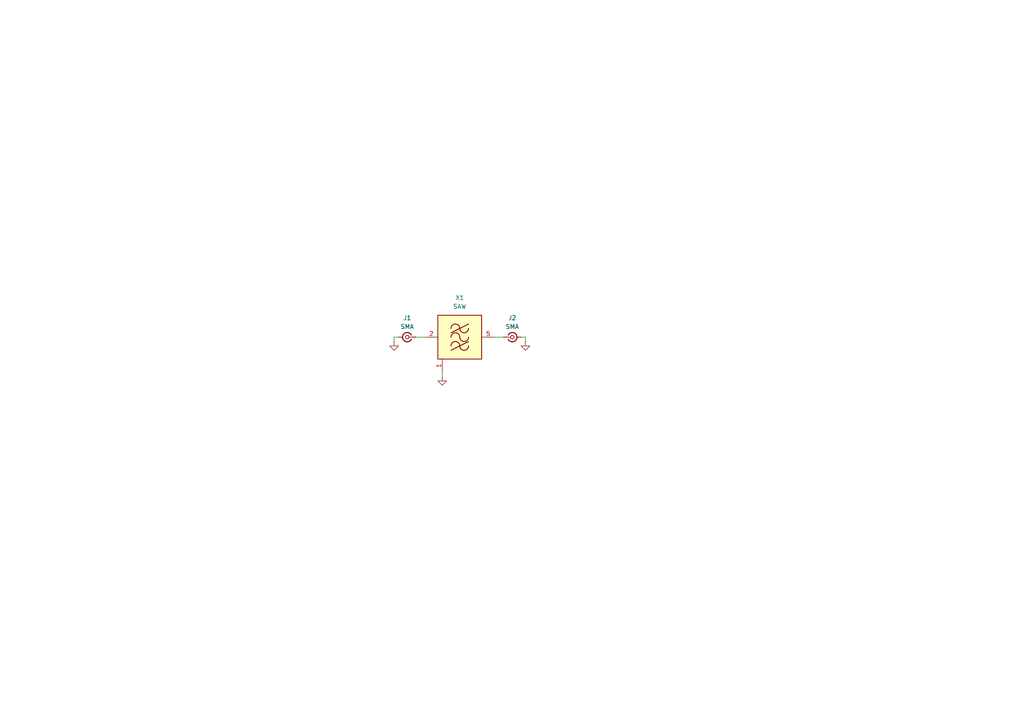
<source format=kicad_sch>
(kicad_sch (version 20250114) (generator "eeschema") (generator_version "9.0")
  (paper "A4")
  (lib_symbols
    (symbol "Connector:Conn_Coaxial_Small" (pin_numbers (hide yes)) (pin_names (offset 1.016) (hide yes))
      (property "Reference" "J" (at 0.254 3.048 0))
      (property "Value" "Conn_Coaxial_Small" (at 0 -3.81 0))
      (symbol "Conn_Coaxial_Small_0_1"
        (polyline (pts (xy -2.54 0) (xy -0.508 0)))
        (circle (center 0 0) (radius 0.508) (stroke (width 0.2032)))
      )
      (symbol "Conn_Coaxial_Small_1_1"
        (arc (start 1.3484 0.0039) (mid 0.327 -1.308) (end -1.1916 -0.6311) (stroke (width 0.3048)))
        (arc (start -1.1916 0.6311) (mid 0.327 1.3081) (end 1.3484 -0.0039) (stroke (width 0.3048)))
        (pin passive line (at -2.54 0 0) (length 1.27) (name "In") (number "1"))
        (pin passive line (at 2.54 0 180) (length 1.27) (name "Ext") (number "2"))
      )
    )
    (symbol "RF_Filter:TA0970B" (pin_names (hide yes))
      (property "Reference" "X" (at -5.08 10.16 0))
      (property "Value" "TA0970B" (at -1.27 7.62 0))
      (symbol "TA0970B_1_1"
        (rectangle (start -6.35 6.35) (end 6.35 -6.35) (stroke (width 0.254)) (fill (type background)))
        (polyline (pts (xy -2.54 1.27) (xy 2.54 3.81)) (stroke (width 0.254)))
        (polyline (pts (xy -2.54 -3.81) (xy 2.54 -1.27)) (stroke (width 0.254)))
        (arc (start -2.54 2.54) (mid -1.27 3.8045) (end 0 2.54) (stroke (width 0.254)))
        (arc (start -2.54 0) (mid -1.27 1.2645) (end 0 0) (stroke (width 0.254)))
        (arc (start -2.54 -2.54) (mid -1.27 -1.2755) (end 0 -2.54) (stroke (width 0.254)))
        (arc (start 2.54 2.54) (mid 1.27 1.2755) (end 0 2.54) (stroke (width 0.254)))
        (arc (start 2.54 0) (mid 1.27 -1.2645) (end 0 0) (stroke (width 0.254)))
        (arc (start 2.54 -2.54) (mid 1.27 -3.8045) (end 0 -2.54) (stroke (width 0.254)))
        (pin input line (at -10.16 0 0) (length 3.81) (name "IN") (number "2"))
        (pin power_in line (at -5.08 -10.16 90) (length 3.81) (name "GND") (number "1"))
        (pin passive line (at -5.08 -10.16 90) (length 3.81) (hide yes) (name "GND") (number "3"))
        (pin passive line (at -5.08 -10.16 90) (length 3.81) (hide yes) (name "GND") (number "4"))
        (pin passive line (at -5.08 -10.16 90) (length 3.81) (hide yes) (name "GND") (number "6"))
        (pin output line (at 10.16 0 180) (length 3.81) (name "OUT") (number "5"))
      )
    )
    (symbol "power:GND" (power) (pin_numbers (hide yes)) (pin_names (offset 0) (hide yes))
      (property "Value" "GND" (at 0 -3.81 0))
      (symbol "GND_0_1"
        (polyline (pts (xy 0 0) (xy 0 -1.27) (xy 1.27 -1.27) (xy 0 -2.54) (xy -1.27 -1.27) (xy 0 -1.27)))
      )
      (symbol "GND_1_1"
        (pin power_in line (at 0 0 270) (length 0) (name "~") (number "1"))
      )
    )
  )
  (wire (pts (xy 143.51 97.79) (xy 146.05 97.79)))
  (wire (pts (xy 152.4 97.79) (xy 151.13 97.79)))
  (wire (pts (xy 152.4 99.06) (xy 152.4 97.79)))
  (wire (pts (xy 128.27 107.95) (xy 128.27 109.22)))
  (wire (pts (xy 114.3 97.79) (xy 115.57 97.79)))
  (wire (pts (xy 120.65 97.79) (xy 123.19 97.79)))
  (wire (pts (xy 114.3 99.06) (xy 114.3 97.79)))
  (symbol (lib_id "power:GND") (at 114.3 99.06 0) (unit 1)
    (property "Reference" "#PWR02" (effects (hide yes)))
    (property "Value" "GND" (effects (hide yes)))
    (property "Description" "Power symbol creates a global label with name \"GND\" , ground" (effects (hide yes)))
  )
  (symbol (lib_id "RF_Filter:TA0970B") (at 133.35 97.79 0) (unit 1)
    (property "Reference" "X1" (at 133.35 86.36 0))
    (property "Value" "SAW" (at 133.35 88.9 0))
    (property "Footprint" "Filter:Filter_SAW-6_3.8x3.8mm" (effects (hide yes)))
    (property "Datasheet" "https://www.golledge.com/media/3785/mp08167.pdf" (effects (hide yes)))
    (property "Description" "Bandpass Filter, 1090MHz, SAW filter 6-pin" (effects (hide yes)))
  )
  (symbol (lib_id "Connector:Conn_Coaxial_Small") (at 118.11 97.79 180) (unit 1)
    (property "Reference" "J1" (at 118.11 92.202 0))
    (property "Value" "SMA" (at 118.11 94.742 0))
    (property "Footprint" "Connector_Coaxial:SMA_Samtec_SMA-J-P-H-ST-EM1_EdgeMount" (effects (hide yes)))
    (property "Description" "small coaxial connector (BNC, SMA, SMB, SMC, Cinch/RCA, LEMO, ...)" (effects (hide yes)))
  )
  (symbol (lib_id "Connector:Conn_Coaxial_Small") (at 148.59 97.79 0) (unit 1)
    (property "Reference" "J2" (at 148.59 92.202 0))
    (property "Value" "SMA" (at 148.59 94.742 0))
    (property "Footprint" "Connector_Coaxial:SMA_Samtec_SMA-J-P-H-ST-EM1_EdgeMount" (effects (hide yes)))
    (property "Description" "small coaxial connector (BNC, SMA, SMB, SMC, Cinch/RCA, LEMO, ...)" (effects (hide yes)))
  )
  (symbol (lib_id "power:GND") (at 152.4 99.06 0) (unit 1)
    (property "Reference" "#PWR03" (effects (hide yes)))
    (property "Value" "GND" (effects (hide yes)))
    (property "Description" "Power symbol creates a global label with name \"GND\" , ground" (effects (hide yes)))
  )
  (symbol (lib_id "power:GND") (at 128.27 109.22 0) (unit 1)
    (property "Reference" "#PWR01" (effects (hide yes)))
    (property "Value" "GND" (effects (hide yes)))
    (property "Description" "Power symbol creates a global label with name \"GND\" , ground" (effects (hide yes)))
  )
)
</source>
